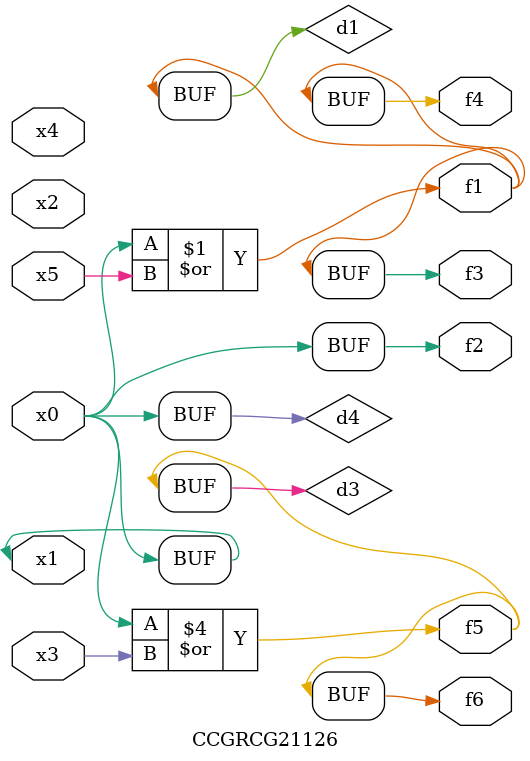
<source format=v>
module CCGRCG21126(
	input x0, x1, x2, x3, x4, x5,
	output f1, f2, f3, f4, f5, f6
);

	wire d1, d2, d3, d4;

	or (d1, x0, x5);
	xnor (d2, x1, x4);
	or (d3, x0, x3);
	buf (d4, x0, x1);
	assign f1 = d1;
	assign f2 = d4;
	assign f3 = d1;
	assign f4 = d1;
	assign f5 = d3;
	assign f6 = d3;
endmodule

</source>
